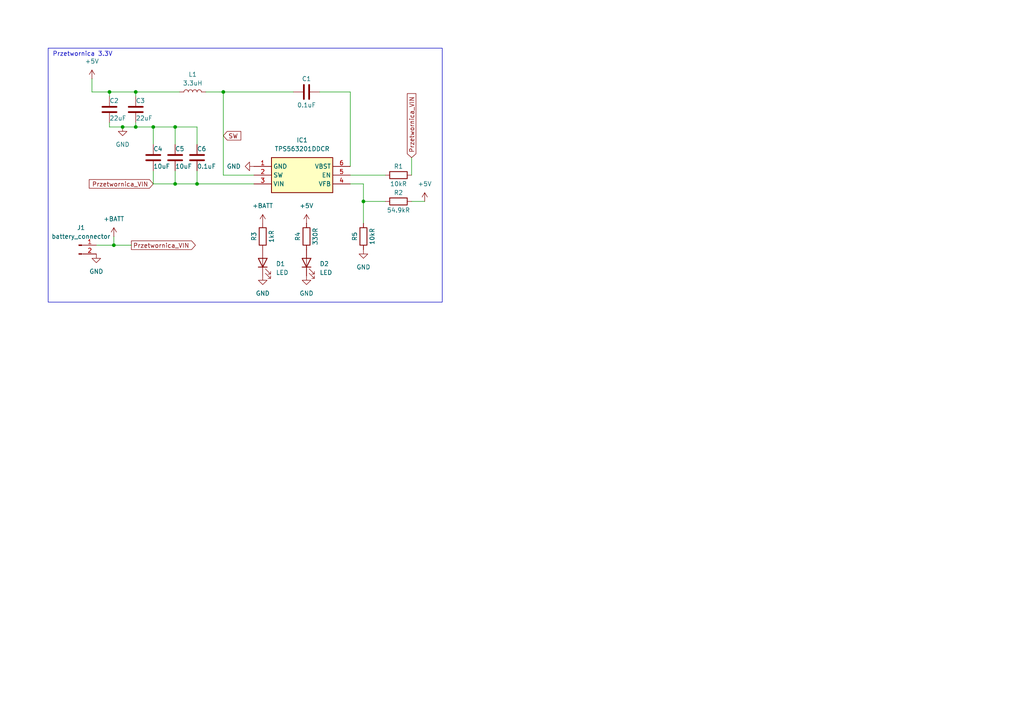
<source format=kicad_sch>
(kicad_sch (version 20231120) (generator "eeschema") (generator_version "8.0")
  (paper "A4")
  (lib_symbols
    (symbol "Connector:Conn_01x02_Pin" (pin_names (offset 1.016) hide)
      (property "Reference" "J" (at 0 2.54 0))
      (property "Value" "Conn_01x02_Pin" (at 0 -5.08 0))
      (symbol "Conn_01x02_Pin_1_1"
        (polyline (pts (xy 1.27 -2.54) (xy 0.8636 -2.54)) (stroke (width 0.1524)))
        (polyline (pts (xy 1.27 0) (xy 0.8636 0)) (stroke (width 0.1524)))
        (rectangle (start 0.8636 -2.413) (end 0 -2.667) (stroke (width 0.1524)) (fill (type outline)))
        (rectangle (start 0.8636 0.127) (end 0 -0.127) (stroke (width 0.1524)) (fill (type outline)))
        (pin passive line (at 5.08 0 180) (length 3.81) (name "Pin_1") (number "1"))
        (pin passive line (at 5.08 -2.54 180) (length 3.81) (name "Pin_2") (number "2"))
      )
    )
    (symbol "Device:C" (pin_numbers hide) (pin_names (offset 0.254))
      (property "Reference" "C" (at 0.635 2.54 0))
      (property "Value" "C" (at 0.635 -2.54 0))
      (symbol "C_0_1"
        (polyline (pts (xy -2.032 -0.762) (xy 2.032 -0.762)) (stroke (width 0.508)))
        (polyline (pts (xy -2.032 0.762) (xy 2.032 0.762)) (stroke (width 0.508)))
      )
      (symbol "C_1_1"
        (pin passive line (at 0 3.81 270) (length 2.794) (name "~") (number "1"))
        (pin passive line (at 0 -3.81 90) (length 2.794) (name "~") (number "2"))
      )
    )
    (symbol "Device:L" (pin_numbers hide) (pin_names (offset 1.016) hide)
      (property "Reference" "L" (at -1.27 0 90))
      (property "Value" "L" (at 1.905 0 90))
      (symbol "L_0_1"
        (arc (start 0 -2.54) (mid 0.6323 -1.905) (end 0 -1.27))
        (arc (start 0 -1.27) (mid 0.6323 -0.635) (end 0 0))
        (arc (start 0 0) (mid 0.6323 0.635) (end 0 1.27))
        (arc (start 0 1.27) (mid 0.6323 1.905) (end 0 2.54))
      )
      (symbol "L_1_1"
        (pin passive line (at 0 3.81 270) (length 1.27) (name "1") (number "1"))
        (pin passive line (at 0 -3.81 90) (length 1.27) (name "2") (number "2"))
      )
    )
    (symbol "Device:LED" (pin_numbers hide) (pin_names (offset 1.016) hide)
      (property "Reference" "D" (at 0 2.54 0))
      (property "Value" "LED" (at 0 -2.54 0))
      (symbol "LED_0_1"
        (polyline (pts (xy -1.27 -1.27) (xy -1.27 1.27)) (stroke (width 0.254)))
        (polyline (pts (xy -1.27 0) (xy 1.27 0)))
        (polyline (pts (xy 1.27 -1.27) (xy 1.27 1.27) (xy -1.27 0) (xy 1.27 -1.27)) (stroke (width 0.254)))
        (polyline (pts (xy -3.048 -0.762) (xy -4.572 -2.286) (xy -3.81 -2.286) (xy -4.572 -2.286) (xy -4.572 -1.524)))
        (polyline (pts (xy -1.778 -0.762) (xy -3.302 -2.286) (xy -2.54 -2.286) (xy -3.302 -2.286) (xy -3.302 -1.524)))
      )
      (symbol "LED_1_1"
        (pin passive line (at -3.81 0 0) (length 2.54) (name "K") (number "1"))
        (pin passive line (at 3.81 0 180) (length 2.54) (name "A") (number "2"))
      )
    )
    (symbol "Device:R" (pin_numbers hide) (pin_names (offset 0))
      (property "Reference" "R" (at 2.032 0 90))
      (property "Value" "R" (at 0 0 90))
      (symbol "R_0_1"
        (rectangle (start -1.016 -2.54) (end 1.016 2.54) (stroke (width 0.254)))
      )
      (symbol "R_1_1"
        (pin passive line (at 0 3.81 270) (length 1.27) (name "~") (number "1"))
        (pin passive line (at 0 -3.81 90) (length 1.27) (name "~") (number "2"))
      )
    )
    (symbol "Importowane schematy:TPS563201DDCR"
      (property "Reference" "IC" (at 24.13 7.62 0))
      (property "Value" "TPS563201DDCR" (at 24.13 5.08 0))
      (symbol "TPS563201DDCR_1_1"
        (rectangle (start 5.08 2.54) (end 22.86 -7.62) (stroke (width 0.254)) (fill (type background)))
        (pin passive line (at 0 0 0) (length 5.08) (name "GND") (number "1"))
        (pin passive line (at 0 -2.54 0) (length 5.08) (name "SW") (number "2"))
        (pin passive line (at 0 -5.08 0) (length 5.08) (name "VIN") (number "3"))
        (pin passive line (at 27.94 -5.08 180) (length 5.08) (name "VFB") (number "4"))
        (pin passive line (at 27.94 -2.54 180) (length 5.08) (name "EN") (number "5"))
        (pin passive line (at 27.94 0 180) (length 5.08) (name "VBST") (number "6"))
      )
    )
    (symbol "power:+5V" (power) (pin_numbers hide) (pin_names (offset 0) hide)
      (property "Value" "+5V" (at 0 3.556 0))
      (symbol "+5V_0_1"
        (polyline (pts (xy -0.762 1.27) (xy 0 2.54)))
        (polyline (pts (xy 0 0) (xy 0 2.54)))
        (polyline (pts (xy 0 2.54) (xy 0.762 1.27)))
      )
      (symbol "+5V_1_1"
        (pin power_in line (at 0 0 90) (length 0) (name "~") (number "1"))
      )
    )
    (symbol "power:+BATT" (power) (pin_numbers hide) (pin_names (offset 0) hide)
      (property "Value" "+BATT" (at 0 3.556 0))
      (symbol "+BATT_0_1"
        (polyline (pts (xy -0.762 1.27) (xy 0 2.54)))
        (polyline (pts (xy 0 0) (xy 0 2.54)))
        (polyline (pts (xy 0 2.54) (xy 0.762 1.27)))
      )
      (symbol "+BATT_1_1"
        (pin power_in line (at 0 0 90) (length 0) (name "~") (number "1"))
      )
    )
    (symbol "power:GND" (power) (pin_names (offset 0))
      (property "Value" "GND" (at 0 -3.81 0))
      (symbol "GND_0_1"
        (polyline (pts (xy 0 0) (xy 0 -1.27) (xy 1.27 -1.27) (xy 0 -2.54) (xy -1.27 -1.27) (xy 0 -1.27)))
      )
      (symbol "GND_1_1"
        (pin power_in line (at 0 0 270) (length 0) hide (name "GND") (number "1"))
      )
    )
  )
  (junction (at 57.15 53.34))
  (junction (at 31.75 26.67))
  (junction (at 39.37 26.67))
  (junction (at 44.45 36.83))
  (junction (at 64.77 26.67))
  (junction (at 33.02 71.12))
  (junction (at 50.8 36.83))
  (junction (at 50.8 53.34))
  (junction (at 35.56 36.83))
  (junction (at 39.37 36.83))
  (junction (at 105.41 58.42))
  (wire (pts (xy 64.77 26.67) (xy 64.77 50.8)))
  (wire (pts (xy 64.77 26.67) (xy 85.09 26.67)))
  (wire (pts (xy 33.02 68.58) (xy 33.02 71.12)))
  (wire (pts (xy 57.15 41.91) (xy 57.15 36.83)))
  (wire (pts (xy 92.71 26.67) (xy 101.6 26.67)))
  (wire (pts (xy 59.69 26.67) (xy 64.77 26.67)))
  (wire (pts (xy 64.77 50.8) (xy 73.66 50.8)))
  (wire (pts (xy 50.8 49.53) (xy 50.8 53.34)))
  (wire (pts (xy 105.41 58.42) (xy 105.41 64.77)))
  (wire (pts (xy 39.37 36.83) (xy 39.37 35.56)))
  (wire (pts (xy 26.67 26.67) (xy 31.75 26.67)))
  (wire (pts (xy 50.8 53.34) (xy 57.15 53.34)))
  (wire (pts (xy 39.37 26.67) (xy 39.37 27.94)))
  (wire (pts (xy 44.45 49.53) (xy 44.45 53.34)))
  (wire (pts (xy 57.15 36.83) (xy 50.8 36.83)))
  (wire (pts (xy 26.67 22.86) (xy 26.67 26.67)))
  (wire (pts (xy 50.8 36.83) (xy 44.45 36.83)))
  (wire (pts (xy 105.41 53.34) (xy 105.41 58.42)))
  (wire (pts (xy 57.15 53.34) (xy 73.66 53.34)))
  (wire (pts (xy 101.6 53.34) (xy 105.41 53.34)))
  (wire (pts (xy 44.45 36.83) (xy 39.37 36.83)))
  (wire (pts (xy 31.75 26.67) (xy 39.37 26.67)))
  (wire (pts (xy 105.41 58.42) (xy 111.76 58.42)))
  (wire (pts (xy 44.45 36.83) (xy 44.45 41.91)))
  (wire (pts (xy 44.45 53.34) (xy 50.8 53.34)))
  (wire (pts (xy 31.75 35.56) (xy 31.75 36.83)))
  (wire (pts (xy 35.56 36.83) (xy 39.37 36.83)))
  (wire (pts (xy 119.38 45.72) (xy 119.38 50.8)))
  (wire (pts (xy 31.75 26.67) (xy 31.75 27.94)))
  (wire (pts (xy 50.8 36.83) (xy 50.8 41.91)))
  (wire (pts (xy 33.02 71.12) (xy 38.1 71.12)))
  (wire (pts (xy 57.15 49.53) (xy 57.15 53.34)))
  (wire (pts (xy 101.6 26.67) (xy 101.6 48.26)))
  (wire (pts (xy 31.75 36.83) (xy 35.56 36.83)))
  (wire (pts (xy 101.6 50.8) (xy 111.76 50.8)))
  (wire (pts (xy 27.94 71.12) (xy 33.02 71.12)))
  (wire (pts (xy 119.38 58.42) (xy 123.19 58.42)))
  (wire (pts (xy 39.37 26.67) (xy 52.07 26.67)))
  (rectangle (start 13.97 13.97) (end 128.27 87.63))
  (text "Przetwornica 3.3V\n" (at 15.24 16.51 0) (effects (font (size 1.27 1.27)) (justify left bottom)))
  (global_label "Przetwornica_VIN" (shape input) (at 119.38 45.72 90) (property "Intersheetrefs" "${INTERSHEET_REFS}" (effects (hide yes))))
  (global_label "Przetwornica_VIN" (shape input) (at 44.45 53.34 180) (property "Intersheetrefs" "${INTERSHEET_REFS}" (effects (hide yes))))
  (global_label "SW" (shape input) (at 64.77 39.37 0) (property "Intersheetrefs" "${INTERSHEET_REFS}" (effects (hide yes))))
  (global_label "Przetwornica_VIN" (shape output) (at 38.1 71.12 0) (property "Intersheetrefs" "${INTERSHEET_REFS}" (effects (hide yes))))
  (symbol (lib_id "Device:R") (at 76.2 68.58 180) (unit 1)
    (property "Reference" "R3" (at 73.66 68.58 90))
    (property "Value" "1kR" (at 78.74 68.58 90))
    (property "Footprint" "Resistor_SMD:R_0603_1608Metric" (effects (hide yes)))
  )
  (symbol (lib_id "Device:LED") (at 76.2 76.2 90) (unit 1)
    (property "Reference" "D1" (at 80.01 76.5174 90) (effects (justify right)))
    (property "Value" "LED" (at 80.01 79.0574 90) (effects (justify right)))
    (property "Footprint" "LED_SMD:LED_0603_1608Metric_Pad1.05x0.95mm_HandSolder" (effects (hide yes)))
    (property "Description" "Light emitting diode" (effects (hide yes)))
  )
  (symbol (lib_id "power:+5V") (at 88.9 64.77 0) (unit 1)
    (property "Reference" "#PWR06" (effects (hide yes)))
    (property "Value" "+5V" (at 88.9 59.69 0))
    (property "Description" "Power symbol creates a global label with name \"+5V\"" (effects (hide yes)))
  )
  (symbol (lib_id "power:+BATT") (at 33.02 68.58 0) (unit 1)
    (property "Reference" "#PWR07" (effects (hide yes)))
    (property "Value" "+BATT" (at 33.02 63.5 0))
    (property "Description" "Power symbol creates a global label with name \"+BATT\"" (effects (hide yes)))
  )
  (symbol (lib_id "power:GND") (at 73.66 48.26 270) (unit 1)
    (property "Reference" "#PWR03" (effects (hide yes)))
    (property "Value" "GND" (at 69.85 48.26 90) (effects (justify right)))
  )
  (symbol (lib_id "Device:R") (at 115.57 58.42 90) (unit 1)
    (property "Reference" "R2" (at 115.57 55.88 90))
    (property "Value" "54.9kR" (at 115.57 60.96 90))
    (property "Footprint" "Resistor_SMD:R_0603_1608Metric" (effects (hide yes)))
  )
  (symbol (lib_id "Device:C") (at 50.8 45.72 180) (unit 1)
    (property "Reference" "C5" (at 50.8 43.18 0) (effects (justify right)))
    (property "Value" "10uF" (at 50.8 48.26 0) (effects (justify right)))
    (property "Footprint" "Capacitor_SMD:C_0805_2012Metric" (effects (hide yes)))
  )
  (symbol (lib_id "Device:L") (at 55.88 26.67 90) (unit 1)
    (property "Reference" "L1" (at 55.88 21.59 90))
    (property "Value" "3.3uH" (at 55.88 24.13 90))
    (property "Footprint" "Inductor_SMD:L_Bourns_SRP7028A_7.3x6.6mm" (effects (hide yes)))
  )
  (symbol (lib_id "Device:C") (at 44.45 45.72 180) (unit 1)
    (property "Reference" "C4" (at 44.45 43.18 0) (effects (justify right)))
    (property "Value" "10uF" (at 44.45 48.26 0) (effects (justify right)))
    (property "Footprint" "Capacitor_SMD:C_0805_2012Metric" (effects (hide yes)))
  )
  (symbol (lib_id "power:GND") (at 105.41 72.39 0) (unit 1)
    (property "Reference" "#PWR08" (effects (hide yes)))
    (property "Value" "GND" (at 105.41 77.47 0))
  )
  (symbol (lib_id "power:+5V") (at 123.19 58.42 0) (unit 1)
    (property "Reference" "#PWR04" (effects (hide yes)))
    (property "Value" "+5V" (at 123.19 53.34 0))
    (property "Description" "Power symbol creates a global label with name \"+5V\"" (effects (hide yes)))
  )
  (symbol (lib_id "power:+BATT") (at 76.2 64.77 0) (unit 1)
    (property "Reference" "#PWR05" (effects (hide yes)))
    (property "Value" "+BATT" (at 76.2 59.69 0))
    (property "Description" "Power symbol creates a global label with name \"+BATT\"" (effects (hide yes)))
  )
  (symbol (lib_id "Importowane schematy:TPS563201DDCR") (at 73.66 48.26 0) (unit 1)
    (property "Reference" "IC1" (at 87.63 40.64 0))
    (property "Value" "TPS563201DDCR" (at 87.63 43.18 0))
    (property "Footprint" "User_defined_footprints:SOT95P280X110-6N" (effects (hide yes)))
    (property "Datasheet" "http://www.ti.com/lit/gpn/tps563201" (effects (hide yes)))
    (property "Height" "1.1" (effects (hide yes)))
    (property "Manufacturer_Name" "Texas Instruments" (effects (hide yes)))
    (property "Manufacturer_Part_Number" "TPS563201DDCR" (effects (hide yes)))
  )
  (symbol (lib_id "Device:LED") (at 88.9 76.2 90) (unit 1)
    (property "Reference" "D2" (at 92.71 76.5174 90) (effects (justify right)))
    (property "Value" "LED" (at 92.71 79.0574 90) (effects (justify right)))
    (property "Footprint" "LED_SMD:LED_0603_1608Metric_Pad1.05x0.95mm_HandSolder" (effects (hide yes)))
    (property "Description" "Light emitting diode" (effects (hide yes)))
  )
  (symbol (lib_id "Device:R") (at 88.9 68.58 180) (unit 1)
    (property "Reference" "R4" (at 86.36 68.58 90))
    (property "Value" "330R" (at 91.44 68.58 90))
    (property "Footprint" "Resistor_SMD:R_0603_1608Metric_Pad0.98x0.95mm_HandSolder" (effects (hide yes)))
  )
  (symbol (lib_id "Device:C") (at 57.15 45.72 180) (unit 1)
    (property "Reference" "C6" (at 57.15 43.18 0) (effects (justify right)))
    (property "Value" "0.1uF" (at 57.15 48.26 0) (effects (justify right)))
    (property "Footprint" "Capacitor_SMD:C_0603_1608Metric" (effects (hide yes)))
  )
  (symbol (lib_id "Device:R") (at 115.57 50.8 90) (unit 1)
    (property "Reference" "R1" (at 115.57 48.26 90))
    (property "Value" "10kR" (at 115.57 53.34 90))
    (property "Footprint" "Resistor_SMD:R_0603_1608Metric_Pad0.98x0.95mm_HandSolder" (effects (hide yes)))
  )
  (symbol (lib_id "Device:C") (at 31.75 31.75 180) (unit 1)
    (property "Reference" "C2" (at 31.75 29.21 0) (effects (justify right)))
    (property "Value" "22uF" (at 31.75 34.29 0) (effects (justify right)))
    (property "Footprint" "Capacitor_SMD:C_0805_2012Metric" (effects (hide yes)))
  )
  (symbol (lib_id "power:GND") (at 27.94 73.66 0) (unit 1)
    (property "Reference" "#PWR09" (effects (hide yes)))
    (property "Value" "GND" (at 27.94 78.74 0))
  )
  (symbol (lib_id "Device:C") (at 88.9 26.67 90) (unit 1)
    (property "Reference" "C1" (at 88.9 22.86 90))
    (property "Value" "0.1uF" (at 88.9 30.48 90))
    (property "Footprint" "Capacitor_SMD:C_0603_1608Metric" (effects (hide yes)))
  )
  (symbol (lib_id "Device:C") (at 39.37 31.75 180) (unit 1)
    (property "Reference" "C3" (at 39.37 29.21 0) (effects (justify right)))
    (property "Value" "22uF" (at 39.37 34.29 0) (effects (justify right)))
    (property "Footprint" "Capacitor_SMD:C_0805_2012Metric" (effects (hide yes)))
  )
  (symbol (lib_id "power:GND") (at 88.9 80.01 0) (unit 1)
    (property "Reference" "#PWR011" (effects (hide yes)))
    (property "Value" "GND" (at 88.9 85.09 0))
  )
  (symbol (lib_id "power:+5V") (at 26.67 22.86 0) (unit 1)
    (property "Reference" "#PWR01" (effects (hide yes)))
    (property "Value" "+5V" (at 26.67 17.78 0))
    (property "Description" "Power symbol creates a global label with name \"+5V\"" (effects (hide yes)))
  )
  (symbol (lib_id "power:GND") (at 35.56 36.83 0) (unit 1)
    (property "Reference" "#PWR02" (effects (hide yes)))
    (property "Value" "GND" (at 35.56 41.91 0))
  )
  (symbol (lib_id "power:GND") (at 76.2 80.01 0) (unit 1)
    (property "Reference" "#PWR010" (effects (hide yes)))
    (property "Value" "GND" (at 76.2 85.09 0))
  )
  (symbol (lib_id "Connector:Conn_01x02_Pin") (at 22.86 71.12 0) (unit 1)
    (property "Reference" "J1" (at 23.495 66.04 0))
    (property "Value" "battery_connector" (at 23.495 68.58 0))
    (property "Footprint" "User_defined_footprints:ARK 01x02 5mm" (effects (hide yes)))
    (property "Description" "Generic connector, single row, 01x02, script generated" (effects (hide yes)))
  )
  (symbol (lib_id "Device:R") (at 105.41 68.58 180) (unit 1)
    (property "Reference" "R5" (at 102.87 68.58 90))
    (property "Value" "10kR" (at 107.95 68.58 90))
    (property "Footprint" "Resistor_SMD:R_0603_1608Metric_Pad0.98x0.95mm_HandSolder" (effects (hide yes)))
  )
)
</source>
